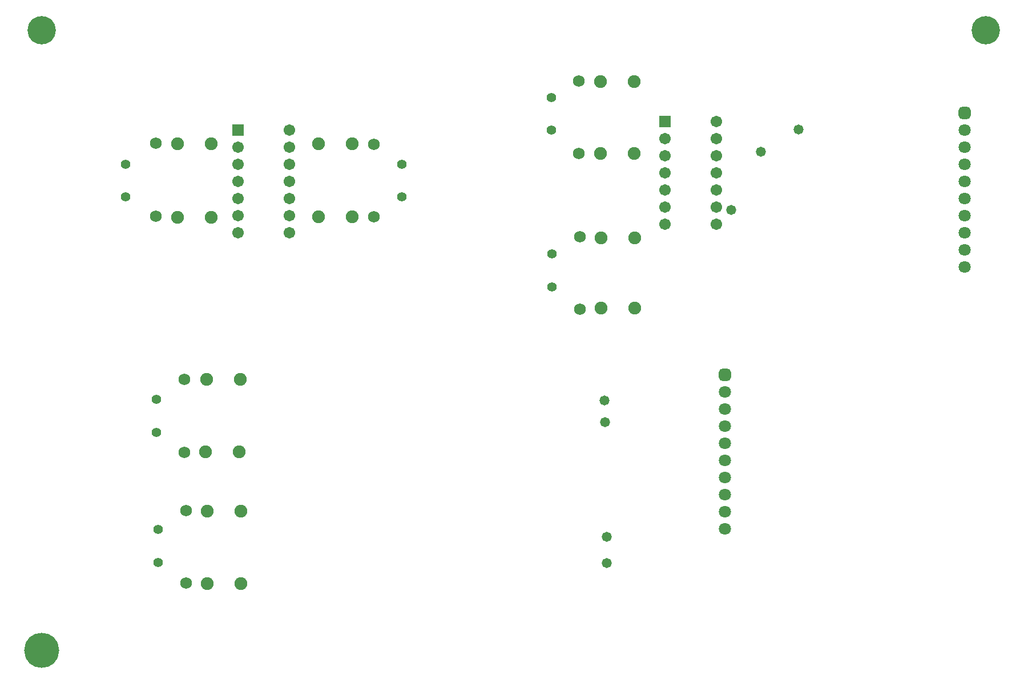
<source format=gbr>
%TF.GenerationSoftware,Altium Limited,Altium Designer,25.8.1 (18)*%
G04 Layer_Color=16711935*
%FSLAX45Y45*%
%MOMM*%
%TF.SameCoordinates,96F0DE5A-C95F-4AE8-8FAC-F916EA61A14B*%
%TF.FilePolarity,Negative*%
%TF.FileFunction,Soldermask,Bot*%
%TF.Part,Single*%
G01*
G75*
%TA.AperFunction,ViaPad*%
%ADD36C,5.20320*%
%TA.AperFunction,WasherPad*%
%ADD37C,4.20320*%
%TA.AperFunction,ComponentPad*%
%ADD38C,1.80320*%
G04:AMPARAMS|DCode=39|XSize=1.8032mm|YSize=1.8032mm|CornerRadius=0.5016mm|HoleSize=0mm|Usage=FLASHONLY|Rotation=270.000|XOffset=0mm|YOffset=0mm|HoleType=Round|Shape=RoundedRectangle|*
%AMROUNDEDRECTD39*
21,1,1.80320,0.80000,0,0,270.0*
21,1,0.80000,1.80320,0,0,270.0*
1,1,1.00320,-0.40000,-0.40000*
1,1,1.00320,-0.40000,0.40000*
1,1,1.00320,0.40000,0.40000*
1,1,1.00320,0.40000,-0.40000*
%
%ADD39ROUNDEDRECTD39*%
%ADD40C,1.72720*%
%ADD41C,1.90320*%
%ADD42C,1.40320*%
%ADD43R,1.70320X1.70320*%
%ADD44C,1.70320*%
%TA.AperFunction,ViaPad*%
%ADD45C,1.47320*%
D36*
X460000Y460000D02*
D03*
D37*
X14460001Y9660000D02*
D03*
X460000D02*
D03*
D38*
X14147800Y6654800D02*
D03*
Y6908800D02*
D03*
Y7416800D02*
D03*
Y7924800D02*
D03*
Y8178800D02*
D03*
Y7670800D02*
D03*
Y7162800D02*
D03*
Y6400800D02*
D03*
Y6146800D02*
D03*
X10591800Y2768600D02*
D03*
Y3022600D02*
D03*
Y3530600D02*
D03*
Y4038600D02*
D03*
Y4292600D02*
D03*
Y3784600D02*
D03*
Y3276600D02*
D03*
Y2514600D02*
D03*
Y2260600D02*
D03*
D39*
X14147800Y8432800D02*
D03*
X10591800Y4546600D02*
D03*
D40*
X8426420Y8909299D02*
D03*
Y7829301D02*
D03*
X8439135Y5517901D02*
D03*
Y6597899D02*
D03*
X2571735Y4476999D02*
D03*
Y3397001D02*
D03*
X2594580Y2533899D02*
D03*
Y1453901D02*
D03*
X2152635Y6902201D02*
D03*
Y7982199D02*
D03*
X5380802Y6889501D02*
D03*
Y7969499D02*
D03*
D41*
X8754298Y5537200D02*
D03*
X9254302D02*
D03*
X8754298Y6578600D02*
D03*
X9254302D02*
D03*
X2467798Y6883400D02*
D03*
X2967802D02*
D03*
X2467798Y7975600D02*
D03*
X2967802D02*
D03*
X4563298D02*
D03*
X5063302D02*
D03*
Y6896100D02*
D03*
X4563298D02*
D03*
X2899598Y4483100D02*
D03*
X3399602D02*
D03*
X2886898Y3403600D02*
D03*
X3386902D02*
D03*
X2912298Y1447800D02*
D03*
X3412302D02*
D03*
X8741598Y8902700D02*
D03*
X9241602D02*
D03*
X2912298Y2527300D02*
D03*
X3412302D02*
D03*
X8741598Y7835900D02*
D03*
X9241602D02*
D03*
D42*
X2184400Y1762603D02*
D03*
Y2250603D02*
D03*
X1701800Y7673503D02*
D03*
Y7185503D02*
D03*
X5799902Y7673503D02*
D03*
Y7185503D02*
D03*
X8016255Y8664103D02*
D03*
Y8176103D02*
D03*
X8028955Y5852003D02*
D03*
Y6340003D02*
D03*
X2161555Y3695700D02*
D03*
Y4183700D02*
D03*
D43*
X3365500Y8178800D02*
D03*
X9702800Y8305800D02*
D03*
D44*
X3365500Y7924800D02*
D03*
Y7670800D02*
D03*
Y7416800D02*
D03*
Y7162800D02*
D03*
Y6908800D02*
D03*
Y6654800D02*
D03*
X4127500Y8178800D02*
D03*
Y7924800D02*
D03*
Y7670800D02*
D03*
Y7416800D02*
D03*
Y7162800D02*
D03*
Y6908800D02*
D03*
Y6654800D02*
D03*
X10464800Y6781800D02*
D03*
Y7035800D02*
D03*
Y7289800D02*
D03*
Y7543800D02*
D03*
Y7797800D02*
D03*
Y8051800D02*
D03*
Y8305800D02*
D03*
X9702800Y6781800D02*
D03*
Y7035800D02*
D03*
Y7289800D02*
D03*
Y7543800D02*
D03*
Y7797800D02*
D03*
Y8051800D02*
D03*
D45*
X11125200Y7861300D02*
D03*
X10680700Y6997700D02*
D03*
X11684000Y8191500D02*
D03*
X8839200Y1752600D02*
D03*
Y2146300D02*
D03*
X8813800Y3848100D02*
D03*
X8801100Y4165600D02*
D03*
%TF.MD5,4ee368ccf84062b0ccfd7a54ef5d7978*%
M02*

</source>
